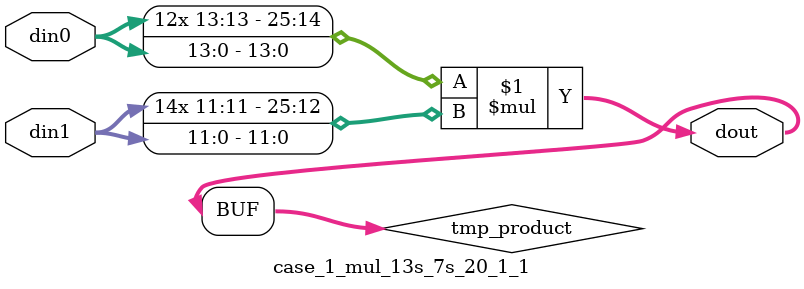
<source format=v>

`timescale 1 ns / 1 ps

 (* use_dsp = "no" *)  module case_1_mul_13s_7s_20_1_1(din0, din1, dout);
parameter ID = 1;
parameter NUM_STAGE = 0;
parameter din0_WIDTH = 14;
parameter din1_WIDTH = 12;
parameter dout_WIDTH = 26;

input [din0_WIDTH - 1 : 0] din0; 
input [din1_WIDTH - 1 : 0] din1; 
output [dout_WIDTH - 1 : 0] dout;

wire signed [dout_WIDTH - 1 : 0] tmp_product;



























assign tmp_product = $signed(din0) * $signed(din1);








assign dout = tmp_product;





















endmodule

</source>
